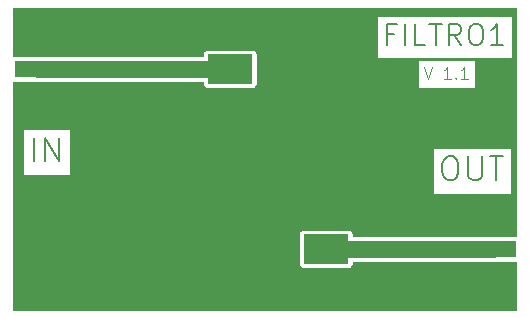
<source format=gbr>
G04 #@! TF.FileFunction,Copper,L1,Top,Signal*
%FSLAX46Y46*%
G04 Gerber Fmt 4.6, Leading zero omitted, Abs format (unit mm)*
G04 Created by KiCad (PCBNEW 4.0.2+dfsg1-stable) date Qua 18 Mai 2016 08:00:36 BRT*
%MOMM*%
G01*
G04 APERTURE LIST*
%ADD10C,0.100000*%
%ADD11C,0.200000*%
%ADD12C,0.150000*%
%ADD13R,4.000000X1.481000*%
%ADD14C,1.500000*%
%ADD15R,3.810000X2.540000*%
%ADD16C,0.250000*%
%ADD17C,1.470000*%
G04 APERTURE END LIST*
D10*
X188849238Y-93813381D02*
X189182571Y-94813381D01*
X189515905Y-93813381D01*
X191134953Y-94813381D02*
X190563524Y-94813381D01*
X190849238Y-94813381D02*
X190849238Y-93813381D01*
X190754000Y-93956238D01*
X190658762Y-94051476D01*
X190563524Y-94099095D01*
X191563524Y-94718143D02*
X191611143Y-94765762D01*
X191563524Y-94813381D01*
X191515905Y-94765762D01*
X191563524Y-94718143D01*
X191563524Y-94813381D01*
X192563524Y-94813381D02*
X191992095Y-94813381D01*
X192277809Y-94813381D02*
X192277809Y-93813381D01*
X192182571Y-93956238D01*
X192087333Y-94051476D01*
X191992095Y-94099095D01*
D11*
X190913000Y-101393762D02*
X191293952Y-101393762D01*
X191484428Y-101489000D01*
X191674905Y-101679476D01*
X191770143Y-102060429D01*
X191770143Y-102727095D01*
X191674905Y-103108048D01*
X191484428Y-103298524D01*
X191293952Y-103393762D01*
X190913000Y-103393762D01*
X190722524Y-103298524D01*
X190532047Y-103108048D01*
X190436809Y-102727095D01*
X190436809Y-102060429D01*
X190532047Y-101679476D01*
X190722524Y-101489000D01*
X190913000Y-101393762D01*
X192627285Y-101393762D02*
X192627285Y-103012810D01*
X192722524Y-103203286D01*
X192817762Y-103298524D01*
X193008238Y-103393762D01*
X193389190Y-103393762D01*
X193579666Y-103298524D01*
X193674905Y-103203286D01*
X193770143Y-103012810D01*
X193770143Y-101393762D01*
X194436809Y-101393762D02*
X195579666Y-101393762D01*
X195008238Y-103393762D02*
X195008238Y-101393762D01*
X155860881Y-101806262D02*
X155860881Y-99806262D01*
X156813262Y-101806262D02*
X156813262Y-99806262D01*
X157956120Y-101806262D01*
X157956120Y-99806262D01*
D12*
X186341285Y-91057429D02*
X185741285Y-91057429D01*
X185741285Y-92000286D02*
X185741285Y-90200286D01*
X186598428Y-90200286D01*
X187284142Y-92000286D02*
X187284142Y-90200286D01*
X188998428Y-92000286D02*
X188141285Y-92000286D01*
X188141285Y-90200286D01*
X189341286Y-90200286D02*
X190369857Y-90200286D01*
X189855571Y-92000286D02*
X189855571Y-90200286D01*
X191998429Y-92000286D02*
X191398429Y-91143143D01*
X190969857Y-92000286D02*
X190969857Y-90200286D01*
X191655572Y-90200286D01*
X191827000Y-90286000D01*
X191912715Y-90371714D01*
X191998429Y-90543143D01*
X191998429Y-90800286D01*
X191912715Y-90971714D01*
X191827000Y-91057429D01*
X191655572Y-91143143D01*
X190969857Y-91143143D01*
X193112715Y-90200286D02*
X193455572Y-90200286D01*
X193627000Y-90286000D01*
X193798429Y-90457429D01*
X193884143Y-90800286D01*
X193884143Y-91400286D01*
X193798429Y-91743143D01*
X193627000Y-91914571D01*
X193455572Y-92000286D01*
X193112715Y-92000286D01*
X192941286Y-91914571D01*
X192769857Y-91743143D01*
X192684143Y-91400286D01*
X192684143Y-90800286D01*
X192769857Y-90457429D01*
X192941286Y-90286000D01*
X193112715Y-90200286D01*
X195598429Y-92000286D02*
X194569857Y-92000286D01*
X195084143Y-92000286D02*
X195084143Y-90200286D01*
X194912714Y-90457429D01*
X194741286Y-90628857D01*
X194569857Y-90714571D01*
D13*
X194740000Y-109250000D03*
X156210000Y-93980000D03*
D14*
X160000000Y-90980000D03*
D15*
X172435000Y-93980000D03*
X172435000Y-109220000D03*
X172435000Y-104140000D03*
X172435000Y-99060000D03*
X180565000Y-99060000D03*
X180565000Y-104140000D03*
X180565000Y-109220000D03*
X180565000Y-93980000D03*
D14*
X169000000Y-96980000D03*
X166000000Y-96980000D03*
X163000000Y-96980000D03*
X160000000Y-96980000D03*
X169000000Y-90980000D03*
X166000000Y-90980000D03*
X163000000Y-90980000D03*
X190000000Y-106250000D03*
X187000000Y-106250000D03*
X184000000Y-106250000D03*
X190000000Y-112250000D03*
X187000000Y-112250000D03*
X160000000Y-90980000D03*
X184000000Y-112250000D03*
D16*
X196495000Y-109220000D02*
X196525000Y-109250000D01*
D17*
X194740000Y-109250000D02*
X180595000Y-109250000D01*
X180595000Y-109250000D02*
X180565000Y-109220000D01*
X156210000Y-93980000D02*
X172435000Y-93980000D01*
X156230000Y-94000000D02*
X156210000Y-93980000D01*
D10*
G36*
X196679000Y-108152644D02*
X192740000Y-108152644D01*
X192677882Y-108165000D01*
X182826856Y-108165000D01*
X182826856Y-107950000D01*
X182799692Y-107813437D01*
X182722335Y-107697665D01*
X182606563Y-107620308D01*
X182470000Y-107593144D01*
X178660000Y-107593144D01*
X178523437Y-107620308D01*
X178407665Y-107697665D01*
X178330308Y-107813437D01*
X178303144Y-107950000D01*
X178303144Y-110490000D01*
X178330308Y-110626563D01*
X178407665Y-110742335D01*
X178523437Y-110819692D01*
X178660000Y-110846856D01*
X182470000Y-110846856D01*
X182606563Y-110819692D01*
X182722335Y-110742335D01*
X182799692Y-110626563D01*
X182826856Y-110490000D01*
X182826856Y-110335000D01*
X192677882Y-110335000D01*
X192740000Y-110347356D01*
X196679000Y-110347356D01*
X196679000Y-114383000D01*
X154095000Y-114383000D01*
X154095000Y-99061500D01*
X154934691Y-99061500D01*
X154934691Y-102961500D01*
X158882310Y-102961500D01*
X158882310Y-100649000D01*
X189605857Y-100649000D01*
X189605857Y-104549000D01*
X196220143Y-104549000D01*
X196220143Y-100649000D01*
X189605857Y-100649000D01*
X158882310Y-100649000D01*
X158882310Y-99061500D01*
X154934691Y-99061500D01*
X154095000Y-99061500D01*
X154095000Y-95054481D01*
X154210000Y-95077356D01*
X156191571Y-95077356D01*
X156230000Y-95085000D01*
X156268429Y-95077356D01*
X158210000Y-95077356D01*
X158272118Y-95065000D01*
X170173144Y-95065000D01*
X170173144Y-95250000D01*
X170200308Y-95386563D01*
X170277665Y-95502335D01*
X170393437Y-95579692D01*
X170530000Y-95606856D01*
X174340000Y-95606856D01*
X174476563Y-95579692D01*
X174592335Y-95502335D01*
X174669692Y-95386563D01*
X174696856Y-95250000D01*
X174696856Y-93266000D01*
X188354000Y-93266000D01*
X188354000Y-95566000D01*
X193154000Y-95566000D01*
X193154000Y-93266000D01*
X188354000Y-93266000D01*
X174696856Y-93266000D01*
X174696856Y-92710000D01*
X174669692Y-92573437D01*
X174592335Y-92457665D01*
X174476563Y-92380308D01*
X174340000Y-92353144D01*
X170530000Y-92353144D01*
X170393437Y-92380308D01*
X170277665Y-92457665D01*
X170200308Y-92573437D01*
X170173144Y-92710000D01*
X170173144Y-92895000D01*
X158272118Y-92895000D01*
X158210000Y-92882644D01*
X154210000Y-92882644D01*
X154095000Y-92905519D01*
X154095000Y-89502500D01*
X184887715Y-89502500D01*
X184887715Y-93052500D01*
X196366286Y-93052500D01*
X196366286Y-89502500D01*
X184887715Y-89502500D01*
X154095000Y-89502500D01*
X154095000Y-88817000D01*
X196679000Y-88817000D01*
X196679000Y-108152644D01*
X196679000Y-108152644D01*
G37*
X196679000Y-108152644D02*
X192740000Y-108152644D01*
X192677882Y-108165000D01*
X182826856Y-108165000D01*
X182826856Y-107950000D01*
X182799692Y-107813437D01*
X182722335Y-107697665D01*
X182606563Y-107620308D01*
X182470000Y-107593144D01*
X178660000Y-107593144D01*
X178523437Y-107620308D01*
X178407665Y-107697665D01*
X178330308Y-107813437D01*
X178303144Y-107950000D01*
X178303144Y-110490000D01*
X178330308Y-110626563D01*
X178407665Y-110742335D01*
X178523437Y-110819692D01*
X178660000Y-110846856D01*
X182470000Y-110846856D01*
X182606563Y-110819692D01*
X182722335Y-110742335D01*
X182799692Y-110626563D01*
X182826856Y-110490000D01*
X182826856Y-110335000D01*
X192677882Y-110335000D01*
X192740000Y-110347356D01*
X196679000Y-110347356D01*
X196679000Y-114383000D01*
X154095000Y-114383000D01*
X154095000Y-99061500D01*
X154934691Y-99061500D01*
X154934691Y-102961500D01*
X158882310Y-102961500D01*
X158882310Y-100649000D01*
X189605857Y-100649000D01*
X189605857Y-104549000D01*
X196220143Y-104549000D01*
X196220143Y-100649000D01*
X189605857Y-100649000D01*
X158882310Y-100649000D01*
X158882310Y-99061500D01*
X154934691Y-99061500D01*
X154095000Y-99061500D01*
X154095000Y-95054481D01*
X154210000Y-95077356D01*
X156191571Y-95077356D01*
X156230000Y-95085000D01*
X156268429Y-95077356D01*
X158210000Y-95077356D01*
X158272118Y-95065000D01*
X170173144Y-95065000D01*
X170173144Y-95250000D01*
X170200308Y-95386563D01*
X170277665Y-95502335D01*
X170393437Y-95579692D01*
X170530000Y-95606856D01*
X174340000Y-95606856D01*
X174476563Y-95579692D01*
X174592335Y-95502335D01*
X174669692Y-95386563D01*
X174696856Y-95250000D01*
X174696856Y-93266000D01*
X188354000Y-93266000D01*
X188354000Y-95566000D01*
X193154000Y-95566000D01*
X193154000Y-93266000D01*
X188354000Y-93266000D01*
X174696856Y-93266000D01*
X174696856Y-92710000D01*
X174669692Y-92573437D01*
X174592335Y-92457665D01*
X174476563Y-92380308D01*
X174340000Y-92353144D01*
X170530000Y-92353144D01*
X170393437Y-92380308D01*
X170277665Y-92457665D01*
X170200308Y-92573437D01*
X170173144Y-92710000D01*
X170173144Y-92895000D01*
X158272118Y-92895000D01*
X158210000Y-92882644D01*
X154210000Y-92882644D01*
X154095000Y-92905519D01*
X154095000Y-89502500D01*
X184887715Y-89502500D01*
X184887715Y-93052500D01*
X196366286Y-93052500D01*
X196366286Y-89502500D01*
X184887715Y-89502500D01*
X154095000Y-89502500D01*
X154095000Y-88817000D01*
X196679000Y-88817000D01*
X196679000Y-108152644D01*
M02*

</source>
